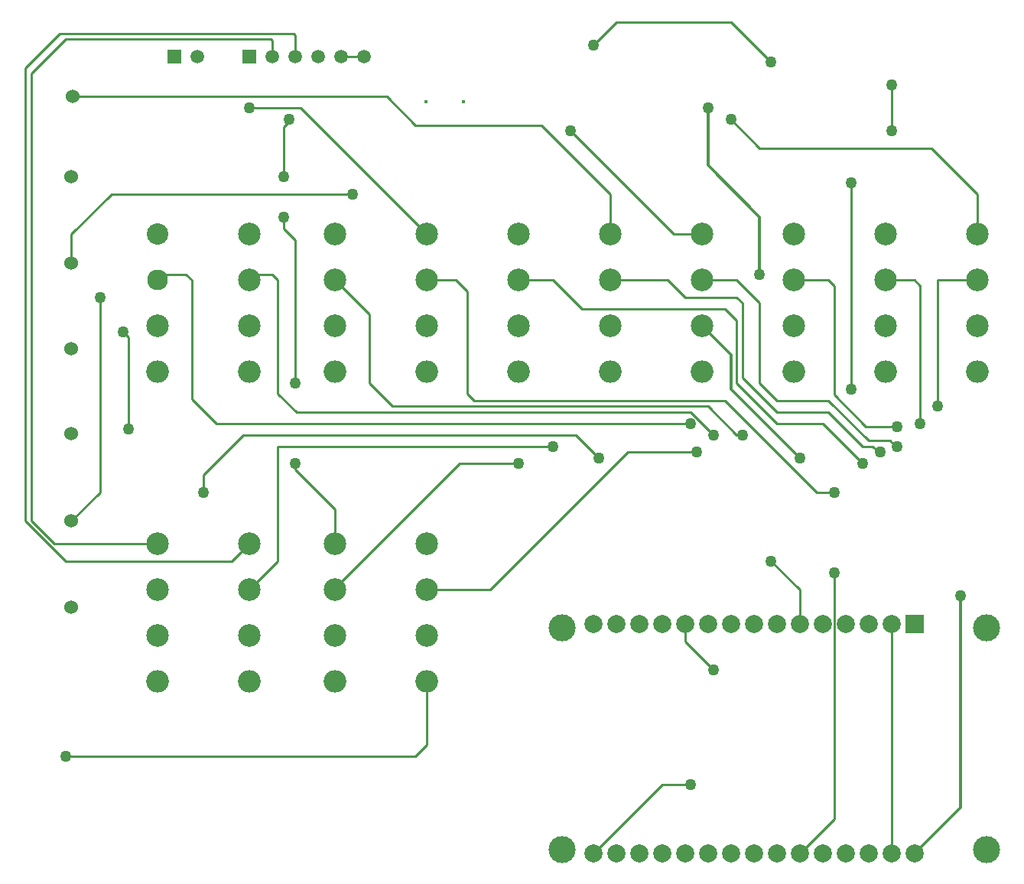
<source format=gbl>
G04*
G04 #@! TF.GenerationSoftware,Altium Limited,Altium Designer,20.0.2 (26)*
G04*
G04 Layer_Physical_Order=2*
G04 Layer_Color=16711680*
%FSLAX44Y44*%
%MOMM*%
G71*
G01*
G75*
%ADD15C,0.2540*%
%ADD44C,2.5000*%
%ADD50C,0.3048*%
%ADD51C,1.5240*%
%ADD52C,1.5000*%
%ADD53R,1.5000X1.5000*%
%ADD54C,2.5000*%
%ADD55O,2.5000X2.5000*%
%ADD56C,2.3730*%
%ADD57C,2.2968*%
%ADD58R,2.0000X2.0000*%
%ADD59C,2.0000*%
%ADD60C,3.0000*%
%ADD61C,0.4206*%
%ADD62C,1.2700*%
D15*
X2044700Y863600D02*
X2120900Y939800D01*
X2152650D01*
X2146300Y1098550D02*
X2178050Y1066800D01*
X2146300Y1098550D02*
Y1117600D01*
X2273300Y863600D02*
X2311400Y901700D01*
Y1174750D01*
X2273300Y1117600D02*
Y1155700D01*
X2241550Y1187450D02*
X2273300Y1155700D01*
X2298700Y1339850D02*
X2343150Y1295400D01*
X2247900Y1339850D02*
X2298700D01*
X2203450Y1384300D02*
X2247900Y1339850D01*
X2203450Y1384300D02*
Y1454150D01*
X2190750Y1466850D02*
X2203450Y1454150D01*
X2032000Y1466850D02*
X2190750D01*
X2000250Y1498600D02*
X2032000Y1466850D01*
X1962150Y1498600D02*
X2000250D01*
X2360532Y1308100D02*
X2362200D01*
X2354182Y1314450D02*
X2360532Y1308100D01*
X2343150Y1314450D02*
X2354182D01*
X2247900Y1352550D02*
X2305050D01*
X2343150Y1314450D01*
X2209800Y1390650D02*
Y1473200D01*
Y1390650D02*
X2247900Y1352550D01*
X2146300Y1479550D02*
X2203450D01*
X2209800Y1473200D01*
X2063750Y1498600D02*
X2127250D01*
X2146300Y1479550D01*
X2379582Y1314450D02*
X2381250D01*
X2373232Y1320800D02*
X2379582Y1314450D01*
X2349500Y1320800D02*
X2373232D01*
X2247900Y1365250D02*
X2305050D01*
X2349500Y1320800D01*
X2228850Y1384300D02*
X2247900Y1365250D01*
X2228850Y1384300D02*
Y1473200D01*
X2165350Y1498600D02*
X2203450D01*
X2228850Y1473200D01*
X2292350Y1263650D02*
X2311400D01*
X2190750Y1365250D02*
X2292350Y1263650D01*
X1912838Y1365250D02*
X2190750D01*
X1905000Y1373088D02*
X1912838Y1365250D01*
X1905000Y1373088D02*
Y1485900D01*
X1860550Y1498600D02*
X1892300D01*
X1905000Y1485900D01*
X1627088Y1339850D02*
X2152650D01*
X1600200Y1366738D02*
X1627088Y1339850D01*
X2171700Y1358900D02*
X2203450Y1327150D01*
X1822450Y1358900D02*
X2171700D01*
X1797050Y1384300D02*
X1822450Y1358900D01*
X2203450Y1327150D02*
X2209800D01*
X1758950Y1498600D02*
X1797050Y1460500D01*
Y1384300D02*
Y1460500D01*
X1663700Y1504950D02*
X1689100D01*
X2152650Y1352550D02*
X2178050Y1327150D01*
X1715988Y1352550D02*
X2152650D01*
X1695450Y1373088D02*
X1715988Y1352550D01*
X2082800Y1308100D02*
X2159000D01*
X1930400Y1155700D02*
X2082800Y1308100D01*
X1896894Y1295400D02*
X1962150D01*
X1758950Y1157456D02*
X1896894Y1295400D01*
X2346325Y1336675D02*
X2381250D01*
X2311400Y1371600D02*
X2346325Y1336675D01*
X2311400Y1371600D02*
Y1492250D01*
X2305050Y1498600D02*
X2311400Y1492250D01*
X2266950Y1498600D02*
X2305050D01*
X2330450Y1377950D02*
Y1606550D01*
X2406650Y1339850D02*
Y1492250D01*
X2368550Y1498600D02*
X2400300D01*
X2406650Y1492250D01*
X2425700Y1358900D02*
Y1498600D01*
X2470150D01*
X1758950Y1206500D02*
Y1244600D01*
X1714500Y1289050D02*
X1758950Y1244600D01*
X1714500Y1289050D02*
Y1295400D01*
X1701800Y1555750D02*
Y1568450D01*
Y1555750D02*
X1714500Y1543050D01*
Y1384300D02*
Y1543050D01*
X1708150Y1674476D02*
Y1676400D01*
X1701800Y1668126D02*
X1708150Y1674476D01*
X1701800Y1612900D02*
Y1668126D01*
X1720850Y1689100D02*
X1860550Y1549400D01*
X1663700Y1689100D02*
X1720850D01*
X1511300Y1593850D02*
X1778000D01*
X1466850Y1549400D02*
X1511300Y1593850D01*
X1689100Y1504950D02*
X1695450Y1498600D01*
Y1373088D02*
Y1498600D01*
X1530350Y1333500D02*
Y1435100D01*
X1524000Y1441450D02*
X1530350Y1435100D01*
X1498600Y1263650D02*
Y1479550D01*
X1466850Y1231900D02*
X1498600Y1263650D01*
X2374900Y1663700D02*
Y1714500D01*
X2419350Y1644650D02*
X2470150Y1593850D01*
X2228850Y1644650D02*
X2419350D01*
X2197100Y1676400D02*
X2228850Y1644650D01*
X2374900Y863600D02*
Y1117600D01*
X1416050Y1231900D02*
Y1733550D01*
Y1231900D02*
X1460500Y1187450D01*
X1416050Y1733550D02*
X1454150Y1771650D01*
X2133600Y1549400D02*
X2165350D01*
X2019300Y1663700D02*
X2133600Y1549400D01*
X1466850Y1517650D02*
Y1549400D01*
X1562100Y1504950D02*
X1593850D01*
X1600200Y1366738D02*
Y1498600D01*
X1593850Y1504950D02*
X1600200Y1498600D01*
X2197100Y1784350D02*
X2241550Y1739900D01*
X2070100Y1784350D02*
X2197100D01*
X2044700Y1758950D02*
X2070100Y1784350D01*
X2470150Y1549400D02*
Y1593850D01*
X1860550Y1155700D02*
X1930400D01*
X2025650Y1327150D02*
X2051050Y1301750D01*
X1657350Y1327150D02*
X2025650D01*
X1612900Y1282700D02*
X1657350Y1327150D01*
X1695450Y1314450D02*
X2000250D01*
X1758950Y1155700D02*
Y1157456D01*
X1695450Y1187450D02*
Y1314450D01*
X1663700Y1155700D02*
X1695450Y1187450D01*
X1612900Y1263650D02*
Y1282700D01*
X1644650Y1187450D02*
X1663700Y1206500D01*
X1460500Y1187450D02*
X1644650D01*
X1714500Y1746250D02*
Y1770162D01*
X1713012Y1771650D02*
X1714500Y1770162D01*
X1454150Y1771650D02*
X1713012D01*
X1447800Y1206500D02*
X1562100D01*
X1422400Y1231900D02*
X1447800Y1206500D01*
X1422400Y1231900D02*
Y1727200D01*
X1689100Y1746250D02*
Y1763812D01*
X1687612Y1765300D02*
X1689100Y1763812D01*
X1460500Y1765300D02*
X1687612D01*
X1422400Y1727200D02*
X1460500Y1765300D01*
X2063750Y1549400D02*
Y1593850D01*
X1987550Y1670050D02*
X2063750Y1593850D01*
X1847850Y1670050D02*
X1987550D01*
X1468120Y1701800D02*
X1816100D01*
X1847850Y1670050D01*
X1460500Y971550D02*
X1847850D01*
X1860550Y984250D01*
Y1054100D01*
X1765300Y1746250D02*
X1790700D01*
D44*
X2470150Y1549400D02*
D03*
Y1498600D02*
D03*
Y1447800D02*
D03*
X2368550Y1549400D02*
D03*
Y1498600D02*
D03*
Y1447800D02*
D03*
X2266950Y1549400D02*
D03*
Y1498600D02*
D03*
Y1447800D02*
D03*
X2165350Y1549400D02*
D03*
Y1498600D02*
D03*
Y1447800D02*
D03*
X2063750Y1549400D02*
D03*
Y1498600D02*
D03*
Y1447800D02*
D03*
X1962150Y1549400D02*
D03*
Y1498600D02*
D03*
Y1447800D02*
D03*
X1562100Y1206500D02*
D03*
Y1155700D02*
D03*
Y1104900D02*
D03*
X1663700Y1206500D02*
D03*
Y1155700D02*
D03*
Y1104900D02*
D03*
X1758950Y1206500D02*
D03*
Y1155700D02*
D03*
Y1104900D02*
D03*
X1860550Y1447800D02*
D03*
X1758950Y1549400D02*
D03*
Y1498600D02*
D03*
Y1447800D02*
D03*
X1663700Y1549400D02*
D03*
Y1498600D02*
D03*
Y1447800D02*
D03*
X1562100D02*
D03*
X1860550Y1206500D02*
D03*
Y1155700D02*
D03*
Y1104900D02*
D03*
D50*
X2400300Y863600D02*
X2451100Y914400D01*
Y1149350D01*
X2197100Y1377950D02*
X2273300Y1301750D01*
X2197100Y1377950D02*
Y1416050D01*
X2165350Y1447800D02*
X2197100Y1416050D01*
X2228850Y1504950D02*
Y1568450D01*
X2171700Y1625600D02*
X2228850Y1568450D01*
X2171700Y1625600D02*
Y1689100D01*
D51*
X1466850Y1612900D02*
D03*
X1468120Y1701800D02*
D03*
X1466850Y1517650D02*
D03*
Y1422400D02*
D03*
Y1231900D02*
D03*
Y1328420D02*
D03*
Y1136650D02*
D03*
D52*
X1790700Y1746250D02*
D03*
X1765300D02*
D03*
X1739900D02*
D03*
X1714500D02*
D03*
X1689100D02*
D03*
X1606550D02*
D03*
D53*
X1663700D02*
D03*
X1581150D02*
D03*
D54*
X1860550Y1549400D02*
D03*
Y1498600D02*
D03*
D55*
X2470150Y1397000D02*
D03*
X2368550D02*
D03*
X2266950D02*
D03*
X2165350D02*
D03*
X2063750D02*
D03*
X1962150D02*
D03*
X1562100Y1054100D02*
D03*
X1663700D02*
D03*
X1758950D02*
D03*
X1860550Y1397000D02*
D03*
X1758950D02*
D03*
X1663700D02*
D03*
X1562100D02*
D03*
X1860550Y1054100D02*
D03*
D56*
X1562100Y1549400D02*
D03*
D57*
Y1498600D02*
D03*
D58*
X2400300Y1117600D02*
D03*
D59*
X2374900D02*
D03*
X2349500D02*
D03*
X2324100D02*
D03*
X2298700D02*
D03*
X2273300D02*
D03*
X2247900D02*
D03*
X2222500D02*
D03*
X2197100D02*
D03*
X2171700D02*
D03*
X2146300D02*
D03*
X2120900D02*
D03*
X2095500D02*
D03*
X2070100D02*
D03*
X2044700D02*
D03*
X2400300Y863600D02*
D03*
X2374900D02*
D03*
X2349500D02*
D03*
X2324100D02*
D03*
X2298700D02*
D03*
X2273300D02*
D03*
X2247900D02*
D03*
X2222500D02*
D03*
X2197100D02*
D03*
X2171700D02*
D03*
X2146300D02*
D03*
X2120900D02*
D03*
X2095500D02*
D03*
X2070100D02*
D03*
X2044700D02*
D03*
D60*
X2010400Y1113400D02*
D03*
Y868300D02*
D03*
X2479900D02*
D03*
Y1113400D02*
D03*
D61*
X1901050Y1696350D02*
D03*
X1859550D02*
D03*
D62*
X2152650Y939800D02*
D03*
X2178050Y1066800D02*
D03*
X2451100Y1149350D02*
D03*
X2241550Y1187450D02*
D03*
X2311400Y1174750D02*
D03*
X2273300Y1301750D02*
D03*
X2381250Y1314450D02*
D03*
X2362200Y1308100D02*
D03*
X2343150Y1295400D02*
D03*
X2311400Y1263650D02*
D03*
X2152650Y1339850D02*
D03*
X2178050Y1327150D02*
D03*
X2159000Y1308100D02*
D03*
X1962150Y1295400D02*
D03*
X2228850Y1504950D02*
D03*
X2381250Y1336675D02*
D03*
X2330450Y1377950D02*
D03*
Y1606550D02*
D03*
X2406650Y1339850D02*
D03*
X2425700Y1358900D02*
D03*
X2209800Y1327150D02*
D03*
X1714500Y1295400D02*
D03*
X1701800Y1568450D02*
D03*
X1714500Y1384300D02*
D03*
X1701800Y1612900D02*
D03*
X1708150Y1676400D02*
D03*
X1663700Y1689100D02*
D03*
X1778000Y1593850D02*
D03*
X1530350Y1333500D02*
D03*
X1524000Y1441450D02*
D03*
X1498600Y1479550D02*
D03*
X2171700Y1689100D02*
D03*
X2374900Y1663700D02*
D03*
Y1714500D02*
D03*
X2019300Y1663700D02*
D03*
X2241550Y1739900D02*
D03*
X2044700Y1758950D02*
D03*
X2197100Y1676400D02*
D03*
X2051050Y1301750D02*
D03*
X2000250Y1314450D02*
D03*
X1612900Y1263650D02*
D03*
X1460500Y971550D02*
D03*
M02*

</source>
